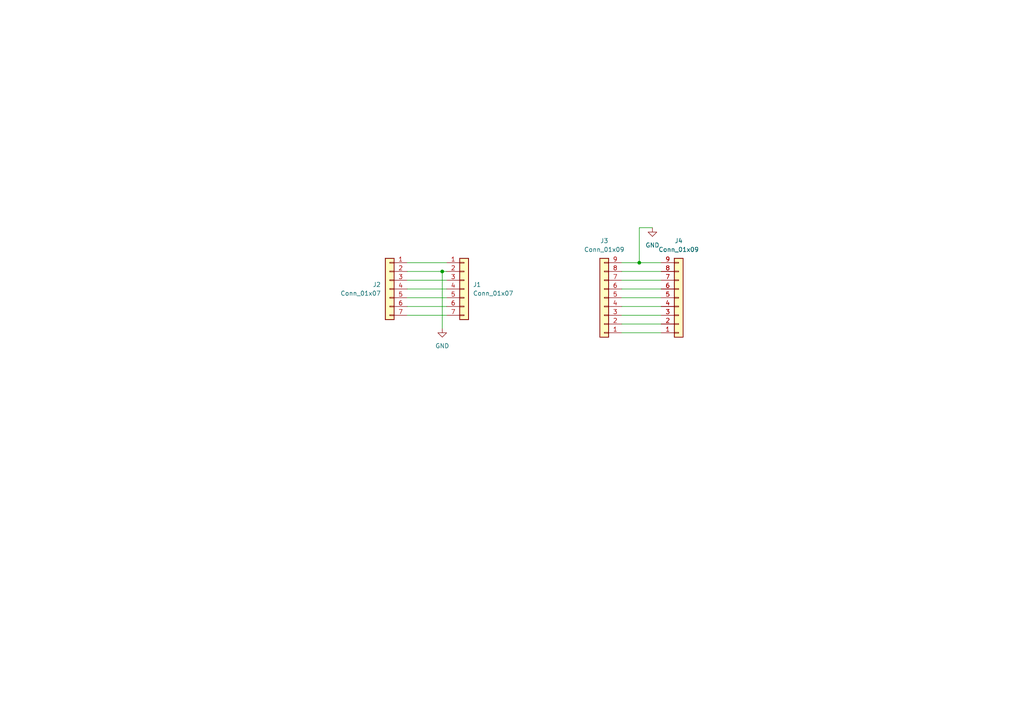
<source format=kicad_sch>
(kicad_sch (version 20230121) (generator eeschema)
  (paper "A4")
  (lib_symbols
    (symbol "Connector_Generic:Conn_01x07" (pin_names (offset 1.016) hide)
      (property "Reference" "J" (at 0 10.16 0))
      (property "Value" "Conn_01x07" (at 0 -10.16 0))
      (symbol "Conn_01x07_1_1"
        (rectangle (start -1.27 -7.493) (end 0 -7.747) (stroke (width 0.1524)))
        (rectangle (start -1.27 -4.953) (end 0 -5.207) (stroke (width 0.1524)))
        (rectangle (start -1.27 -2.413) (end 0 -2.667) (stroke (width 0.1524)))
        (rectangle (start -1.27 0.127) (end 0 -0.127) (stroke (width 0.1524)))
        (rectangle (start -1.27 2.667) (end 0 2.413) (stroke (width 0.1524)))
        (rectangle (start -1.27 5.207) (end 0 4.953) (stroke (width 0.1524)))
        (rectangle (start -1.27 7.747) (end 0 7.493) (stroke (width 0.1524)))
        (rectangle (start -1.27 8.89) (end 1.27 -8.89) (stroke (width 0.254)) (fill (type background)))
        (pin passive line (at -5.08 7.62 0) (length 3.81) (name "Pin_1") (number "1"))
        (pin passive line (at -5.08 5.08 0) (length 3.81) (name "Pin_2") (number "2"))
        (pin passive line (at -5.08 2.54 0) (length 3.81) (name "Pin_3") (number "3"))
        (pin passive line (at -5.08 0 0) (length 3.81) (name "Pin_4") (number "4"))
        (pin passive line (at -5.08 -2.54 0) (length 3.81) (name "Pin_5") (number "5"))
        (pin passive line (at -5.08 -5.08 0) (length 3.81) (name "Pin_6") (number "6"))
        (pin passive line (at -5.08 -7.62 0) (length 3.81) (name "Pin_7") (number "7"))
      )
    )
    (symbol "Connector_Generic:Conn_01x09" (pin_names (offset 1.016) hide)
      (property "Reference" "J" (at 0 12.7 0))
      (property "Value" "Conn_01x09" (at 0 -12.7 0))
      (symbol "Conn_01x09_1_1"
        (rectangle (start -1.27 -10.033) (end 0 -10.287) (stroke (width 0.1524)))
        (rectangle (start -1.27 -7.493) (end 0 -7.747) (stroke (width 0.1524)))
        (rectangle (start -1.27 -4.953) (end 0 -5.207) (stroke (width 0.1524)))
        (rectangle (start -1.27 -2.413) (end 0 -2.667) (stroke (width 0.1524)))
        (rectangle (start -1.27 0.127) (end 0 -0.127) (stroke (width 0.1524)))
        (rectangle (start -1.27 2.667) (end 0 2.413) (stroke (width 0.1524)))
        (rectangle (start -1.27 5.207) (end 0 4.953) (stroke (width 0.1524)))
        (rectangle (start -1.27 7.747) (end 0 7.493) (stroke (width 0.1524)))
        (rectangle (start -1.27 10.287) (end 0 10.033) (stroke (width 0.1524)))
        (rectangle (start -1.27 11.43) (end 1.27 -11.43) (stroke (width 0.254)) (fill (type background)))
        (pin passive line (at -5.08 10.16 0) (length 3.81) (name "Pin_1") (number "1"))
        (pin passive line (at -5.08 7.62 0) (length 3.81) (name "Pin_2") (number "2"))
        (pin passive line (at -5.08 5.08 0) (length 3.81) (name "Pin_3") (number "3"))
        (pin passive line (at -5.08 2.54 0) (length 3.81) (name "Pin_4") (number "4"))
        (pin passive line (at -5.08 0 0) (length 3.81) (name "Pin_5") (number "5"))
        (pin passive line (at -5.08 -2.54 0) (length 3.81) (name "Pin_6") (number "6"))
        (pin passive line (at -5.08 -5.08 0) (length 3.81) (name "Pin_7") (number "7"))
        (pin passive line (at -5.08 -7.62 0) (length 3.81) (name "Pin_8") (number "8"))
        (pin passive line (at -5.08 -10.16 0) (length 3.81) (name "Pin_9") (number "9"))
      )
    )
    (symbol "power:GND" (power) (pin_names (offset 0))
      (property "Value" "GND" (at 0 -3.81 0))
      (symbol "GND_0_1"
        (polyline (pts (xy 0 0) (xy 0 -1.27) (xy 1.27 -1.27) (xy 0 -2.54) (xy -1.27 -1.27) (xy 0 -1.27)))
      )
      (symbol "GND_1_1"
        (pin power_in line (at 0 0 270) (length 0) hide (name "GND") (number "1"))
      )
    )
  )
  (junction (at 185.42 76.2))
  (junction (at 128.27 78.74))
  (wire (pts (xy 185.42 76.2) (xy 191.77 76.2)))
  (wire (pts (xy 180.34 93.98) (xy 191.77 93.98)))
  (wire (pts (xy 128.27 78.74) (xy 129.54 78.74)))
  (wire (pts (xy 118.11 78.74) (xy 128.27 78.74)))
  (wire (pts (xy 185.42 76.2) (xy 185.42 66.04)))
  (wire (pts (xy 118.11 86.36) (xy 129.54 86.36)))
  (wire (pts (xy 180.34 96.52) (xy 191.77 96.52)))
  (wire (pts (xy 180.34 78.74) (xy 191.77 78.74)))
  (wire (pts (xy 180.34 86.36) (xy 191.77 86.36)))
  (wire (pts (xy 128.27 78.74) (xy 128.27 95.25)))
  (wire (pts (xy 118.11 83.82) (xy 129.54 83.82)))
  (wire (pts (xy 118.11 88.9) (xy 129.54 88.9)))
  (wire (pts (xy 118.11 81.28) (xy 129.54 81.28)))
  (wire (pts (xy 118.11 91.44) (xy 129.54 91.44)))
  (wire (pts (xy 185.42 66.04) (xy 189.23 66.04)))
  (wire (pts (xy 118.11 76.2) (xy 129.54 76.2)))
  (wire (pts (xy 180.34 76.2) (xy 185.42 76.2)))
  (wire (pts (xy 180.34 91.44) (xy 191.77 91.44)))
  (wire (pts (xy 180.34 83.82) (xy 191.77 83.82)))
  (wire (pts (xy 180.34 88.9) (xy 191.77 88.9)))
  (wire (pts (xy 180.34 81.28) (xy 191.77 81.28)))
  (symbol (lib_id "power:GND") (at 189.23 66.04 0) (unit 1)
    (property "Reference" "#PWR02" (effects hide))
    (property "Value" "GND" (at 189.23 71.12 0))
  )
  (symbol (lib_id "Connector_Generic:Conn_01x09") (at 196.85 86.36 0) (mirror x) (unit 1)
    (property "Reference" "J4" (at 196.85 69.85 0))
    (property "Value" "Conn_01x09" (at 196.85 72.39 0))
    (property "Footprint" "Connector_PinHeader_2.54mm:PinHeader_1x09_P2.54mm_Vertical" (effects hide))
  )
  (symbol (lib_id "Connector_Generic:Conn_01x09") (at 175.26 86.36 180) (unit 1)
    (property "Reference" "J3" (at 175.26 69.85 0))
    (property "Value" "Conn_01x09" (at 175.26 72.39 0))
    (property "Footprint" "Connector_JST:JST_SH_SM09B-SRSS-TB_1x09-1MP_P1.00mm_Horizontal" (effects hide))
  )
  (symbol (lib_id "power:GND") (at 128.27 95.25 0) (unit 1)
    (property "Reference" "#PWR01" (effects hide))
    (property "Value" "GND" (at 128.27 100.33 0))
  )
  (symbol (lib_id "Connector_Generic:Conn_01x07") (at 113.03 83.82 0) (mirror y) (unit 1)
    (property "Reference" "J2" (at 110.49 82.55 0) (effects (justify left)))
    (property "Value" "Conn_01x07" (at 110.49 85.09 0) (effects (justify left)))
    (property "Footprint" "Connector_JST:JST_SH_SM07B-SRSS-TB_1x07-1MP_P1.00mm_Horizontal" (effects hide))
  )
  (symbol (lib_id "Connector_Generic:Conn_01x07") (at 134.62 83.82 0) (unit 1)
    (property "Reference" "J1" (at 137.16 82.55 0) (effects (justify left)))
    (property "Value" "Conn_01x07" (at 137.16 85.09 0) (effects (justify left)))
    (property "Footprint" "PCB_Edge_Connectors:EDGE-2.54-7x" (effects hide))
  )
)
</source>
